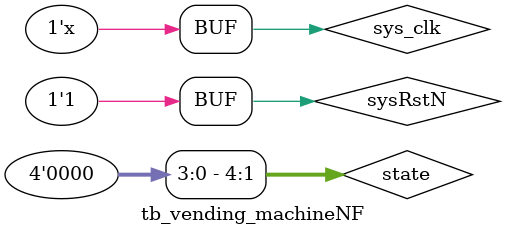
<source format=v>
`timescale  1ns/1ns
module  tb_vending_machineNF();

reg         sys_clk;
reg         sysRstN;
reg         piOne;
reg         piHalf;
reg         random_data_gen;

wire        OCola;

initial begin
    sys_clk    = 1'b1;
    sysRstN <= 1'b0;
    #20
    sysRstN <= 1'b1;
end

always  #10 sys_clk = ~sys_clk;

always@(posedge sys_clk or negedge sysRstN)
    if(sysRstN == 1'b0)
        random_data_gen <= 1'b0;
    else
        random_data_gen <= {$random} % 2;

always@(posedge sys_clk or negedge sysRstN)
    if(sysRstN == 1'b0)
        piOne <= 1'b0;
    else
        piHalf <= random_data_gen;

always@(posedge sys_clk or negedge sysRstN)
    if(sysRstN == 1'b0)
        piHalf <= 1'b0;
    else
        piHalf <= ~random_data_gen;


wire    [4:0]   state    = caijiageng.state;

vending_machineNF caijiageng(
    .sys_clk        (sys_clk ),  
    .sysRstN      (sysRstN),  
    .piOne   (piOne), 
    .piHalf  (piHalf),  
                    
    .OCola        (OCola)
);  

endmodule
</source>
